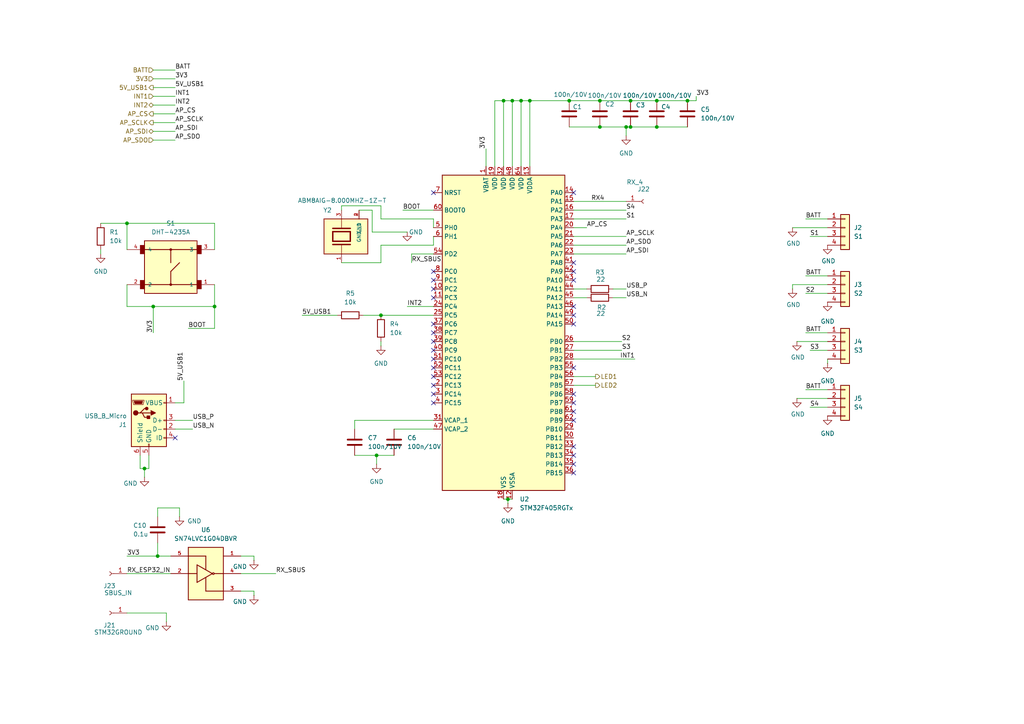
<source format=kicad_sch>
(kicad_sch (version 20250114) (generator "eeschema") (generator_version "9.0")
  (paper "A4")
  (lib_symbols
    (symbol "Connector:Conn_01x01_Socket" (pin_names (offset 1.016) (hide yes))
      (property "Reference" "J" (at 0 2.54 0))
      (property "Value" "Conn_01x01_Socket" (at 0 -2.54 0))
      (symbol "Conn_01x01_Socket_1_1"
        (polyline (pts (xy -1.27 0) (xy -0.508 0)) (stroke (width 0.1524)))
        (arc (start 0 -0.508) (mid -0.5058 0) (end 0 0.508) (stroke (width 0.1524)))
        (pin passive line (at -5.08 0 0) (length 3.81) (name "Pin_1") (number "1"))
      )
    )
    (symbol "Connector:USB_B_Micro" (pin_names (offset 1.016))
      (property "Reference" "J" (at -5.08 11.43 0))
      (property "Value" "USB_B_Micro" (at -5.08 8.89 0))
      (symbol "USB_B_Micro_0_1"
        (rectangle (start -5.08 -7.62) (end 5.08 7.62) (stroke (width 0.254)) (fill (type background)))
        (polyline (pts (xy -4.699 5.842) (xy -4.699 5.588) (xy -4.445 4.826) (xy -4.445 4.572) (xy -1.651 4.572) (xy -1.651 4.826) (xy -1.397 5.588) (xy -1.397 5.842) (xy -4.699 5.842)))
        (polyline (pts (xy -4.318 5.588) (xy -1.778 5.588) (xy -2.032 4.826) (xy -4.064 4.826) (xy -4.318 5.588)) (fill (type outline)))
        (circle (center -3.81 2.159) (radius 0.635) (stroke (width 0.254)) (fill (type outline)))
        (polyline (pts (xy -3.175 2.159) (xy -2.54 2.159) (xy -1.27 3.429) (xy -0.635 3.429)) (stroke (width 0.254)))
        (polyline (pts (xy -2.54 2.159) (xy -1.905 2.159) (xy -1.27 0.889) (xy 0 0.889)) (stroke (width 0.254)))
        (polyline (pts (xy -1.905 2.159) (xy 0.635 2.159)) (stroke (width 0.254)))
        (circle (center -0.635 3.429) (radius 0.381) (stroke (width 0.254)) (fill (type outline)))
        (rectangle (start -0.127 -7.62) (end 0.127 -6.858))
        (rectangle (start 0.254 1.27) (end -0.508 0.508) (stroke (width 0.254)) (fill (type outline)))
        (polyline (pts (xy 0.635 2.794) (xy 0.635 1.524) (xy 1.905 2.159) (xy 0.635 2.794)) (stroke (width 0.254)) (fill (type outline)))
        (rectangle (start 5.08 4.953) (end 4.318 5.207))
        (rectangle (start 5.08 -0.127) (end 4.318 0.127))
        (rectangle (start 5.08 -2.667) (end 4.318 -2.413))
        (rectangle (start 5.08 -5.207) (end 4.318 -4.953))
      )
      (symbol "USB_B_Micro_1_1"
        (pin passive line (at -2.54 -10.16 90) (length 2.54) (name "Shield") (number "6"))
        (pin power_out line (at 0 -10.16 90) (length 2.54) (name "GND") (number "5"))
        (pin power_out line (at 7.62 5.08 180) (length 2.54) (name "VBUS") (number "1"))
        (pin bidirectional line (at 7.62 0 180) (length 2.54) (name "D+") (number "3"))
        (pin bidirectional line (at 7.62 -2.54 180) (length 2.54) (name "D-") (number "2"))
        (pin passive line (at 7.62 -5.08 180) (length 2.54) (name "ID") (number "4"))
      )
    )
    (symbol "Connector_Generic:Conn_01x04" (pin_names (offset 1.016) (hide yes))
      (property "Reference" "J" (at 0 5.08 0))
      (property "Value" "Conn_01x04" (at 0 -7.62 0))
      (symbol "Conn_01x04_1_1"
        (rectangle (start -1.27 3.81) (end 1.27 -6.35) (stroke (width 0.254)) (fill (type background)))
        (rectangle (start -1.27 2.667) (end 0 2.413) (stroke (width 0.1524)))
        (rectangle (start -1.27 0.127) (end 0 -0.127) (stroke (width 0.1524)))
        (rectangle (start -1.27 -2.413) (end 0 -2.667) (stroke (width 0.1524)))
        (rectangle (start -1.27 -4.953) (end 0 -5.207) (stroke (width 0.1524)))
        (pin passive line (at -5.08 2.54 0) (length 3.81) (name "Pin_1") (number "1"))
        (pin passive line (at -5.08 0 0) (length 3.81) (name "Pin_2") (number "2"))
        (pin passive line (at -5.08 -2.54 0) (length 3.81) (name "Pin_3") (number "3"))
        (pin passive line (at -5.08 -5.08 0) (length 3.81) (name "Pin_4") (number "4"))
      )
    )
    (symbol "Customs:ABM8AIG-8.000MHZ-1Z-T" (pin_names (offset 1.016))
      (property "Reference" "Y" (at -5.0878 6.3559 0))
      (property "Value" "ABM8AIG-8.000MHZ-1Z-T" (at -5.0944 -10.16 0))
      (symbol "ABM8AIG-8.000MHZ-1Z-T_0_0"
        (polyline (pts (xy -5.08 0) (xy -2.54 0)) (stroke (width 0.1524)))
        (rectangle (start -5.08 -7.62) (end 5.08 5.08) (stroke (width 0.254)) (fill (type background)))
        (polyline (pts (xy -2.3368 2.54) (xy -2.3368 -2.54)) (stroke (width 0.4064)))
        (polyline (pts (xy -1.397 2.54) (xy -1.397 -2.54)) (stroke (width 0.4064)))
        (polyline (pts (xy -1.397 2.54) (xy 1.397 2.54)) (stroke (width 0.4064)))
        (polyline (pts (xy 1.397 2.54) (xy 1.397 -2.54)) (stroke (width 0.4064)))
        (polyline (pts (xy 1.397 -2.54) (xy -1.397 -2.54)) (stroke (width 0.4064)))
        (polyline (pts (xy 2.3368 2.54) (xy 2.3368 -2.54)) (stroke (width 0.4064)))
        (polyline (pts (xy 2.54 0) (xy 5.08 0)) (stroke (width 0.1524)))
        (pin passive line (at -7.62 0 0) (length 2.54) (name "~") (number "1"))
        (pin passive line (at 7.62 0 180) (length 2.54) (name "~") (number "3"))
        (pin power_in line (at 7.62 -5.08 180) (length 2.54) (name "GND") (number "2"))
        (pin power_in line (at 7.62 -5.08 180) (length 2.54) (name "GND__1") (number "4"))
      )
    )
    (symbol "Customs:DHT-4235A" (pin_names (offset 1.016))
      (property "Reference" "S" (at -7.6222 7.6222 0))
      (property "Value" "DHT-4235A" (at -4.572 -9.652 0))
      (symbol "DHT-4235A_0_0"
        (rectangle (start -8.9065 3.8171) (end -7.62 6.35) (stroke (width 0.1)) (fill (type outline)))
        (rectangle (start -8.9051 -6.3608) (end -7.62 -3.81) (stroke (width 0.1)) (fill (type outline)))
        (rectangle (start -7.62 -7.62) (end 7.62 7.62) (stroke (width 0.254)) (fill (type background)))
        (circle (center 0 5.08) (radius 0.254) (stroke (width 0.254)))
        (polyline (pts (xy 0 5.08) (xy -7.62 5.08)) (stroke (width 0.254)))
        (polyline (pts (xy 0 5.08) (xy 0 1.27)) (stroke (width 0.254)))
        (polyline (pts (xy 0 1.27) (xy -2.54 -1.27)) (stroke (width 0.254)))
        (polyline (pts (xy 0 -5.08) (xy -7.62 -5.08)) (stroke (width 0.254)))
        (polyline (pts (xy 0 -5.08) (xy 0 -1.27)) (stroke (width 0.254)))
        (circle (center 0 -5.08) (radius 0.254) (stroke (width 0.254)))
        (polyline (pts (xy 7.62 5.08) (xy 0 5.08)) (stroke (width 0.254)))
        (polyline (pts (xy 7.62 -5.08) (xy 0 -5.08)) (stroke (width 0.254)))
        (rectangle (start 7.6258 3.8129) (end 8.89 6.35) (stroke (width 0.1)) (fill (type outline)))
        (rectangle (start 7.6263 -6.3553) (end 8.89 -3.81) (stroke (width 0.1)) (fill (type outline)))
        (pin passive line (at -12.7 5.08 0) (length 5.08) (name "1") (number "1"))
        (pin passive line (at -12.7 -5.08 0) (length 5.08) (name "3") (number "3"))
        (pin passive line (at 12.7 5.08 180) (length 5.08) (name "2") (number "2"))
        (pin passive line (at 12.7 -5.08 180) (length 5.08) (name "4") (number "4"))
      )
    )
    (symbol "Customs:SN74LVC1G04DBVR" (pin_names (offset 1.016))
      (property "Reference" "U" (at -5.08 8.62 0))
      (property "Value" "SN74LVC1G04DBVR" (at -5.08 -10.16 0))
      (symbol "SN74LVC1G04DBVR_0_0"
        (rectangle (start -5.08 7.62) (end 5.08 -7.62) (stroke (width 0.254)) (fill (type background)))
        (polyline (pts (xy -5.08 5.08) (xy 0 5.08)) (stroke (width 0.254)))
        (polyline (pts (xy -5.08 0) (xy -2.54 0)) (stroke (width 0.254)))
        (polyline (pts (xy -2.54 2.54) (xy 1.905 0)) (stroke (width 0.254)))
        (polyline (pts (xy -2.54 0) (xy -2.54 2.54)) (stroke (width 0.254)))
        (polyline (pts (xy -2.54 -2.54) (xy -2.54 0)) (stroke (width 0.254)))
        (polyline (pts (xy 0 5.08) (xy 0 1.143)) (stroke (width 0.254)))
        (polyline (pts (xy 0 -1.143) (xy 0 -5.08)) (stroke (width 0.254)))
        (polyline (pts (xy 0 -5.08) (xy 5.08 -5.08)) (stroke (width 0.254)))
        (polyline (pts (xy 1.905 0) (xy -2.54 -2.54)) (stroke (width 0.254)))
        (circle (center 2.1844 0) (radius 0.254) (stroke (width 0.254)))
        (polyline (pts (xy 2.54 0) (xy 5.08 0)) (stroke (width 0.254)))
        (pin power_in line (at -10.16 5.08 0) (length 5.08) (name "~") (number "5"))
        (pin input line (at -10.16 0 0) (length 5.08) (name "~") (number "2"))
        (pin passive line (at 10.16 5.08 180) (length 5.08) (name "~") (number "1"))
        (pin output line (at 10.16 0 180) (length 5.08) (name "~") (number "4"))
        (pin power_in line (at 10.16 -5.08 180) (length 5.08) (name "~") (number "3"))
      )
    )
    (symbol "Device:C" (pin_numbers (hide yes)) (pin_names (offset 0.254))
      (property "Reference" "C" (at 0.635 2.54 0))
      (property "Value" "C" (at 0.635 -2.54 0))
      (symbol "C_0_1"
        (polyline (pts (xy -2.032 0.762) (xy 2.032 0.762)) (stroke (width 0.508)))
        (polyline (pts (xy -2.032 -0.762) (xy 2.032 -0.762)) (stroke (width 0.508)))
      )
      (symbol "C_1_1"
        (pin passive line (at 0 3.81 270) (length 2.794) (name "~") (number "1"))
        (pin passive line (at 0 -3.81 90) (length 2.794) (name "~") (number "2"))
      )
    )
    (symbol "Device:R" (pin_numbers (hide yes)) (pin_names (offset 0))
      (property "Reference" "R" (at 2.032 0 90))
      (property "Value" "R" (at 0 0 90))
      (symbol "R_0_1"
        (rectangle (start -1.016 -2.54) (end 1.016 2.54) (stroke (width 0.254)))
      )
      (symbol "R_1_1"
        (pin passive line (at 0 3.81 270) (length 1.27) (name "~") (number "1"))
        (pin passive line (at 0 -3.81 90) (length 1.27) (name "~") (number "2"))
      )
    )
    (symbol "MCU_ST_STM32F4:STM32F405RGTx"
      (property "Reference" "U" (at -17.78 46.99 0))
      (property "Value" "STM32F405RGTx" (at 10.16 46.99 0))
      (symbol "STM32F405RGTx_0_1"
        (rectangle (start -17.78 -45.72) (end 17.78 45.72) (stroke (width 0.254)) (fill (type background)))
      )
      (symbol "STM32F405RGTx_1_1"
        (pin input line (at -20.32 40.64 0) (length 2.54) (name "NRST") (number "7"))
        (pin input line (at -20.32 35.56 0) (length 2.54) (name "BOOT0") (number "60"))
        (pin bidirectional line (at -20.32 30.48 0) (length 2.54) (name "PH0") (number "5"))
        (pin bidirectional line (at -20.32 27.94 0) (length 2.54) (name "PH1") (number "6"))
        (pin bidirectional line (at -20.32 22.86 0) (length 2.54) (name "PD2") (number "54"))
        (pin bidirectional line (at -20.32 17.78 0) (length 2.54) (name "PC0") (number "8"))
        (pin bidirectional line (at -20.32 15.24 0) (length 2.54) (name "PC1") (number "9"))
        (pin bidirectional line (at -20.32 12.7 0) (length 2.54) (name "PC2") (number "10"))
        (pin bidirectional line (at -20.32 10.16 0) (length 2.54) (name "PC3") (number "11"))
        (pin bidirectional line (at -20.32 7.62 0) (length 2.54) (name "PC4") (number "24"))
        (pin bidirectional line (at -20.32 5.08 0) (length 2.54) (name "PC5") (number "25"))
        (pin bidirectional line (at -20.32 2.54 0) (length 2.54) (name "PC6") (number "37"))
        (pin bidirectional line (at -20.32 0 0) (length 2.54) (name "PC7") (number "38"))
        (pin bidirectional line (at -20.32 -2.54 0) (length 2.54) (name "PC8") (number "39"))
        (pin bidirectional line (at -20.32 -5.08 0) (length 2.54) (name "PC9") (number "40"))
        (pin bidirectional line (at -20.32 -7.62 0) (length 2.54) (name "PC10") (number "51"))
        (pin bidirectional line (at -20.32 -10.16 0) (length 2.54) (name "PC11") (number "52"))
        (pin bidirectional line (at -20.32 -12.7 0) (length 2.54) (name "PC12") (number "53"))
        (pin bidirectional line (at -20.32 -15.24 0) (length 2.54) (name "PC13") (number "2"))
        (pin bidirectional line (at -20.32 -17.78 0) (length 2.54) (name "PC14") (number "3"))
        (pin bidirectional line (at -20.32 -20.32 0) (length 2.54) (name "PC15") (number "4"))
        (pin power_out line (at -20.32 -25.4 0) (length 2.54) (name "VCAP_1") (number "31"))
        (pin power_out line (at -20.32 -27.94 0) (length 2.54) (name "VCAP_2") (number "47"))
        (pin power_in line (at -5.08 48.26 270) (length 2.54) (name "VBAT") (number "1"))
        (pin power_in line (at -2.54 48.26 270) (length 2.54) (name "VDD") (number "19"))
        (pin power_in line (at 0 48.26 270) (length 2.54) (name "VDD") (number "32"))
        (pin power_in line (at 0 -48.26 90) (length 2.54) (name "VSS") (number "18"))
        (pin passive line (at 0 -48.26 90) (length 2.54) (hide yes) (name "VSS") (number "63"))
        (pin power_in line (at 2.54 48.26 270) (length 2.54) (name "VDD") (number "48"))
        (pin power_in line (at 2.54 -48.26 90) (length 2.54) (name "VSSA") (number "12"))
        (pin power_in line (at 5.08 48.26 270) (length 2.54) (name "VDD") (number "64"))
        (pin power_in line (at 7.62 48.26 270) (length 2.54) (name "VDDA") (number "13"))
        (pin bidirectional line (at 20.32 40.64 180) (length 2.54) (name "PA0") (number "14"))
        (pin bidirectional line (at 20.32 38.1 180) (length 2.54) (name "PA1") (number "15"))
        (pin bidirectional line (at 20.32 35.56 180) (length 2.54) (name "PA2") (number "16"))
        (pin bidirectional line (at 20.32 33.02 180) (length 2.54) (name "PA3") (number "17"))
        (pin bidirectional line (at 20.32 30.48 180) (length 2.54) (name "PA4") (number "20"))
        (pin bidirectional line (at 20.32 27.94 180) (length 2.54) (name "PA5") (number "21"))
        (pin bidirectional line (at 20.32 25.4 180) (length 2.54) (name "PA6") (number "22"))
        (pin bidirectional line (at 20.32 22.86 180) (length 2.54) (name "PA7") (number "23"))
        (pin bidirectional line (at 20.32 20.32 180) (length 2.54) (name "PA8") (number "41"))
        (pin bidirectional line (at 20.32 17.78 180) (length 2.54) (name "PA9") (number "42"))
        (pin bidirectional line (at 20.32 15.24 180) (length 2.54) (name "PA10") (number "43"))
        (pin bidirectional line (at 20.32 12.7 180) (length 2.54) (name "PA11") (number "44"))
        (pin bidirectional line (at 20.32 10.16 180) (length 2.54) (name "PA12") (number "45"))
        (pin bidirectional line (at 20.32 7.62 180) (length 2.54) (name "PA13") (number "46"))
        (pin bidirectional line (at 20.32 5.08 180) (length 2.54) (name "PA14") (number "49"))
        (pin bidirectional line (at 20.32 2.54 180) (length 2.54) (name "PA15") (number "50"))
        (pin bidirectional line (at 20.32 -2.54 180) (length 2.54) (name "PB0") (number "26"))
        (pin bidirectional line (at 20.32 -5.08 180) (length 2.54) (name "PB1") (number "27"))
        (pin bidirectional line (at 20.32 -7.62 180) (length 2.54) (name "PB2") (number "28"))
        (pin bidirectional line (at 20.32 -10.16 180) (length 2.54) (name "PB3") (number "55"))
        (pin bidirectional line (at 20.32 -12.7 180) (length 2.54) (name "PB4") (number "56"))
        (pin bidirectional line (at 20.32 -15.24 180) (length 2.54) (name "PB5") (number "57"))
        (pin bidirectional line (at 20.32 -17.78 180) (length 2.54) (name "PB6") (number "58"))
        (pin bidirectional line (at 20.32 -20.32 180) (length 2.54) (name "PB7") (number "59"))
        (pin bidirectional line (at 20.32 -22.86 180) (length 2.54) (name "PB8") (number "61"))
        (pin bidirectional line (at 20.32 -25.4 180) (length 2.54) (name "PB9") (number "62"))
        (pin bidirectional line (at 20.32 -27.94 180) (length 2.54) (name "PB10") (number "29"))
        (pin bidirectional line (at 20.32 -30.48 180) (length 2.54) (name "PB11") (number "30"))
        (pin bidirectional line (at 20.32 -33.02 180) (length 2.54) (name "PB12") (number "33"))
        (pin bidirectional line (at 20.32 -35.56 180) (length 2.54) (name "PB13") (number "34"))
        (pin bidirectional line (at 20.32 -38.1 180) (length 2.54) (name "PB14") (number "35"))
        (pin bidirectional line (at 20.32 -40.64 180) (length 2.54) (name "PB15") (number "36"))
      )
    )
    (symbol "power:GND" (power) (pin_numbers (hide yes)) (pin_names (offset 0) (hide yes))
      (property "Value" "GND" (at 0 -3.81 0))
      (symbol "GND_0_1"
        (polyline (pts (xy 0 0) (xy 0 -1.27) (xy 1.27 -1.27) (xy 0 -2.54) (xy -1.27 -1.27) (xy 0 -1.27)))
      )
      (symbol "GND_1_1"
        (pin power_in line (at 0 0 270) (length 0) (name "~") (number "1"))
      )
    )
  )
  (junction (at 151.13 29.21))
  (junction (at 153.67 29.21))
  (junction (at 173.99 29.21))
  (junction (at 62.23 88.9))
  (junction (at 182.88 36.83))
  (junction (at 147.32 144.78))
  (junction (at 41.91 135.89))
  (junction (at 181.61 36.83))
  (junction (at 173.99 36.83))
  (junction (at 165.1 29.21))
  (junction (at 110.49 91.44))
  (junction (at 146.05 29.21))
  (junction (at 44.45 88.9))
  (junction (at 148.59 29.21))
  (junction (at 109.22 132.08))
  (junction (at 36.83 64.77))
  (junction (at 190.5 36.83))
  (junction (at 199.39 29.21))
  (junction (at 182.88 29.21))
  (junction (at 190.5 29.21))
  (junction (at 45.72 161.29))
  (no_connect (at 125.73 101.6))
  (no_connect (at 125.73 109.22))
  (no_connect (at 125.73 114.3))
  (no_connect (at 166.37 91.44))
  (no_connect (at 125.73 99.06))
  (no_connect (at 50.8 127))
  (no_connect (at 125.73 96.52))
  (no_connect (at 166.37 55.88))
  (no_connect (at 125.73 86.36))
  (no_connect (at 166.37 81.28))
  (no_connect (at 125.73 111.76))
  (no_connect (at 125.73 81.28))
  (no_connect (at 166.37 106.68))
  (no_connect (at 166.37 137.16))
  (no_connect (at 166.37 119.38))
  (no_connect (at 125.73 104.14))
  (no_connect (at 125.73 83.82))
  (no_connect (at 166.37 76.2))
  (no_connect (at 166.37 93.98))
  (no_connect (at 166.37 121.92))
  (no_connect (at 166.37 116.84))
  (no_connect (at 166.37 129.54))
  (no_connect (at 166.37 132.08))
  (no_connect (at 125.73 106.68))
  (no_connect (at 166.37 78.74))
  (no_connect (at 166.37 114.3))
  (no_connect (at 125.73 116.84))
  (no_connect (at 166.37 134.62))
  (no_connect (at 125.73 78.74))
  (no_connect (at 166.37 88.9))
  (no_connect (at 125.73 55.88))
  (no_connect (at 125.73 93.98))
  (wire (pts (xy 69.85 171.45) (xy 73.66 171.45)))
  (wire (pts (xy 182.88 29.21) (xy 190.5 29.21)))
  (wire (pts (xy 62.23 95.25) (xy 54.61 95.25)))
  (wire (pts (xy 62.23 64.77) (xy 62.23 72.39)))
  (wire (pts (xy 44.45 40.64) (xy 50.8 40.64)))
  (wire (pts (xy 110.49 63.5) (xy 110.49 59.69)))
  (wire (pts (xy 44.45 35.56) (xy 50.8 35.56)))
  (wire (pts (xy 62.23 95.25) (xy 62.23 88.9)))
  (wire (pts (xy 69.85 166.37) (xy 80.01 166.37)))
  (wire (pts (xy 99.06 76.2) (xy 110.49 76.2)))
  (wire (pts (xy 231.14 99.06) (xy 240.03 99.06)))
  (wire (pts (xy 166.37 109.22) (xy 172.72 109.22)))
  (wire (pts (xy 146.05 29.21) (xy 143.51 29.21)))
  (wire (pts (xy 114.3 124.46) (xy 125.73 124.46)))
  (wire (pts (xy 190.5 36.83) (xy 199.39 36.83)))
  (wire (pts (xy 29.21 64.77) (xy 36.83 64.77)))
  (wire (pts (xy 102.87 132.08) (xy 109.22 132.08)))
  (wire (pts (xy 173.99 36.83) (xy 181.61 36.83)))
  (wire (pts (xy 140.97 43.18) (xy 140.97 48.26)))
  (wire (pts (xy 148.59 29.21) (xy 148.59 48.26)))
  (wire (pts (xy 181.61 36.83) (xy 181.61 39.37)))
  (wire (pts (xy 109.22 132.08) (xy 114.3 132.08)))
  (wire (pts (xy 231.14 115.57) (xy 240.03 115.57)))
  (wire (pts (xy 166.37 66.04) (xy 170.18 66.04)))
  (wire (pts (xy 36.83 64.77) (xy 62.23 64.77)))
  (wire (pts (xy 110.49 99.06) (xy 110.49 100.33)))
  (wire (pts (xy 166.37 104.14) (xy 184.15 104.14)))
  (wire (pts (xy 44.45 25.4) (xy 50.8 25.4)))
  (wire (pts (xy 44.45 20.32) (xy 50.8 20.32)))
  (wire (pts (xy 119.38 73.66) (xy 119.38 76.2)))
  (wire (pts (xy 105.41 91.44) (xy 110.49 91.44)))
  (wire (pts (xy 44.45 38.1) (xy 50.8 38.1)))
  (wire (pts (xy 234.95 118.11) (xy 240.03 118.11)))
  (wire (pts (xy 36.83 82.55) (xy 36.83 88.9)))
  (wire (pts (xy 110.49 63.5) (xy 125.73 63.5)))
  (wire (pts (xy 165.1 29.21) (xy 153.67 29.21)))
  (wire (pts (xy 233.68 96.52) (xy 240.03 96.52)))
  (wire (pts (xy 44.45 22.86) (xy 50.8 22.86)))
  (wire (pts (xy 125.73 71.12) (xy 125.73 68.58)))
  (wire (pts (xy 166.37 99.06) (xy 180.34 99.06)))
  (wire (pts (xy 166.37 60.96) (xy 181.61 60.96)))
  (wire (pts (xy 153.67 29.21) (xy 153.67 48.26)))
  (wire (pts (xy 234.95 101.6) (xy 240.03 101.6)))
  (wire (pts (xy 44.45 27.94) (xy 50.8 27.94)))
  (wire (pts (xy 146.05 29.21) (xy 146.05 48.26)))
  (wire (pts (xy 182.88 36.83) (xy 190.5 36.83)))
  (wire (pts (xy 240.03 82.55) (xy 229.87 82.55)))
  (wire (pts (xy 110.49 59.69) (xy 99.06 59.69)))
  (wire (pts (xy 87.63 91.44) (xy 97.79 91.44)))
  (wire (pts (xy 52.07 147.32) (xy 45.72 147.32)))
  (wire (pts (xy 45.72 147.32) (xy 45.72 149.86)))
  (wire (pts (xy 166.37 111.76) (xy 172.72 111.76)))
  (wire (pts (xy 110.49 76.2) (xy 110.49 71.12)))
  (wire (pts (xy 165.1 36.83) (xy 173.99 36.83)))
  (wire (pts (xy 41.91 135.89) (xy 43.18 135.89)))
  (wire (pts (xy 62.23 82.55) (xy 62.23 88.9)))
  (wire (pts (xy 109.22 132.08) (xy 109.22 134.62)))
  (wire (pts (xy 44.45 33.02) (xy 50.8 33.02)))
  (wire (pts (xy 107.95 67.31) (xy 107.95 60.96)))
  (wire (pts (xy 240.03 104.14) (xy 240.03 105.41)))
  (wire (pts (xy 166.37 101.6) (xy 180.34 101.6)))
  (wire (pts (xy 118.11 88.9) (xy 125.73 88.9)))
  (wire (pts (xy 233.68 80.01) (xy 240.03 80.01)))
  (wire (pts (xy 44.45 30.48) (xy 50.8 30.48)))
  (wire (pts (xy 44.45 88.9) (xy 44.45 96.52)))
  (wire (pts (xy 201.93 29.21) (xy 199.39 29.21)))
  (wire (pts (xy 166.37 86.36) (xy 170.18 86.36)))
  (wire (pts (xy 151.13 29.21) (xy 148.59 29.21)))
  (wire (pts (xy 153.67 29.21) (xy 151.13 29.21)))
  (wire (pts (xy 143.51 29.21) (xy 143.51 48.26)))
  (wire (pts (xy 234.95 68.58) (xy 240.03 68.58)))
  (wire (pts (xy 107.95 67.31) (xy 118.11 67.31)))
  (wire (pts (xy 166.37 58.42) (xy 181.61 58.42)))
  (wire (pts (xy 166.37 71.12) (xy 181.61 71.12)))
  (wire (pts (xy 40.64 132.08) (xy 40.64 135.89)))
  (wire (pts (xy 177.8 86.36) (xy 181.61 86.36)))
  (wire (pts (xy 55.88 121.92) (xy 50.8 121.92)))
  (wire (pts (xy 36.83 161.29) (xy 45.72 161.29)))
  (wire (pts (xy 36.83 72.39) (xy 36.83 64.77)))
  (wire (pts (xy 50.8 116.84) (xy 53.34 116.84)))
  (wire (pts (xy 55.88 124.46) (xy 50.8 124.46)))
  (wire (pts (xy 173.99 29.21) (xy 182.88 29.21)))
  (wire (pts (xy 41.91 135.89) (xy 41.91 138.43)))
  (wire (pts (xy 233.68 63.5) (xy 240.03 63.5)))
  (wire (pts (xy 146.05 144.78) (xy 147.32 144.78)))
  (wire (pts (xy 45.72 157.48) (xy 45.72 161.29)))
  (wire (pts (xy 190.5 29.21) (xy 199.39 29.21)))
  (wire (pts (xy 181.61 36.83) (xy 182.88 36.83)))
  (wire (pts (xy 166.37 83.82) (xy 170.18 83.82)))
  (wire (pts (xy 177.8 83.82) (xy 181.61 83.82)))
  (wire (pts (xy 99.06 59.69) (xy 99.06 60.96)))
  (wire (pts (xy 147.32 144.78) (xy 147.32 146.05)))
  (wire (pts (xy 125.73 73.66) (xy 119.38 73.66)))
  (wire (pts (xy 102.87 121.92) (xy 125.73 121.92)))
  (wire (pts (xy 201.93 27.94) (xy 201.93 29.21)))
  (wire (pts (xy 148.59 29.21) (xy 146.05 29.21)))
  (wire (pts (xy 125.73 63.5) (xy 125.73 66.04)))
  (wire (pts (xy 229.87 82.55) (xy 229.87 83.82)))
  (wire (pts (xy 165.1 29.21) (xy 173.99 29.21)))
  (wire (pts (xy 229.87 66.04) (xy 240.03 66.04)))
  (wire (pts (xy 36.83 166.37) (xy 49.53 166.37)))
  (wire (pts (xy 107.95 60.96) (xy 104.14 60.96)))
  (wire (pts (xy 125.73 60.96) (xy 116.84 60.96)))
  (wire (pts (xy 36.83 177.8) (xy 48.26 177.8)))
  (wire (pts (xy 52.07 149.86) (xy 52.07 147.32)))
  (wire (pts (xy 166.37 73.66) (xy 181.61 73.66)))
  (wire (pts (xy 40.64 135.89) (xy 41.91 135.89)))
  (wire (pts (xy 151.13 29.21) (xy 151.13 48.26)))
  (wire (pts (xy 29.21 72.39) (xy 29.21 73.66)))
  (wire (pts (xy 233.68 113.03) (xy 240.03 113.03)))
  (wire (pts (xy 166.37 68.58) (xy 181.61 68.58)))
  (wire (pts (xy 69.85 161.29) (xy 73.66 161.29)))
  (wire (pts (xy 102.87 124.46) (xy 102.87 121.92)))
  (wire (pts (xy 48.26 177.8) (xy 48.26 180.34)))
  (wire (pts (xy 110.49 91.44) (xy 125.73 91.44)))
  (wire (pts (xy 181.61 63.5) (xy 166.37 63.5)))
  (wire (pts (xy 233.68 85.09) (xy 240.03 85.09)))
  (wire (pts (xy 53.34 116.84) (xy 53.34 110.49)))
  (wire (pts (xy 44.45 88.9) (xy 62.23 88.9)))
  (wire (pts (xy 73.66 161.29) (xy 73.66 162.56)))
  (wire (pts (xy 73.66 171.45) (xy 73.66 172.72)))
  (wire (pts (xy 36.83 88.9) (xy 44.45 88.9)))
  (wire (pts (xy 45.72 161.29) (xy 49.53 161.29)))
  (wire (pts (xy 43.18 132.08) (xy 43.18 135.89)))
  (wire (pts (xy 110.49 71.12) (xy 125.73 71.12)))
  (wire (pts (xy 147.32 144.78) (xy 148.59 144.78)))
  (label "S2" (at 180.34 99.06 0))
  (label "INT2" (at 50.8 30.48 0))
  (label "AP_CS" (at 50.8 33.02 0))
  (label "AP_SCLK" (at 50.8 35.56 0))
  (label "AP_SDI" (at 50.8 38.1 0))
  (label "AP_SDO" (at 50.8 40.64 0))
  (label "INT1" (at 50.8 27.94 0))
  (label "AP_SDO" (at 181.61 71.12 0))
  (label "S1" (at 234.95 68.58 0))
  (label "S3" (at 180.34 101.6 0))
  (label "3V3" (at 36.83 161.29 0))
  (label "USB_P" (at 181.61 83.82 0))
  (label "RX_ESP32_IN" (at 36.83 166.37 0))
  (label "BATT" (at 233.68 80.01 0))
  (label "5V_USB1" (at 53.34 110.49 90))
  (label "3V3" (at 201.93 27.94 0))
  (label "INT2" (at 118.11 88.9 0))
  (label "AP_CS" (at 170.18 66.04 0))
  (label "USB_P" (at 55.88 121.92 0))
  (label "USB_N" (at 181.61 86.36 0))
  (label "S4" (at 234.95 118.11 0))
  (label "BATT" (at 50.8 20.32 0))
  (label "3V3" (at 44.45 96.52 90))
  (label "USB_N" (at 55.88 124.46 0))
  (label "RX4" (at 171.45 58.42 0))
  (label "INT1" (at 184.15 104.14 180))
  (label "S2" (at 233.68 85.09 0))
  (label "S4" (at 181.61 60.96 0))
  (label "3V3" (at 140.97 43.18 90))
  (label "S1" (at 181.61 63.5 0))
  (label "S3" (at 234.95 101.6 0))
  (label "BOOT" (at 116.84 60.96 0))
  (label "AP_SCLK" (at 181.61 68.58 0))
  (label "5V_USB1" (at 87.63 91.44 0))
  (label "RX_SBUS" (at 119.38 76.2 0))
  (label "3V3" (at 50.8 22.86 0))
  (label "BATT" (at 233.68 113.03 0))
  (label "BATT" (at 233.68 63.5 0))
  (label "AP_SDI" (at 181.61 73.66 0))
  (label "5V_USB1" (at 50.8 25.4 0))
  (label "RX_SBUS" (at 80.01 166.37 0))
  (label "BOOT" (at 54.61 95.25 0))
  (label "BATT" (at 233.68 96.52 0))
  (hierarchical_label "3V3" (shape input) (at 44.45 22.86 180))
  (hierarchical_label "INT2" (shape bidirectional) (at 44.45 30.48 180))
  (hierarchical_label "AP_CS" (shape output) (at 44.45 33.02 180))
  (hierarchical_label "INT1" (shape input) (at 44.45 27.94 180))
  (hierarchical_label "AP_SCLK" (shape output) (at 44.45 35.56 180))
  (hierarchical_label "AP_SDO" (shape input) (at 44.45 40.64 180))
  (hierarchical_label "LED1" (shape output) (at 172.72 109.22 0))
  (hierarchical_label "LED2" (shape output) (at 172.72 111.76 0))
  (hierarchical_label "BATT" (shape input) (at 44.45 20.32 180))
  (hierarchical_label "AP_SDI" (shape bidirectional) (at 44.45 38.1 180))
  (hierarchical_label "5V_USB1" (shape output) (at 44.45 25.4 180))
  (symbol (lib_id "power:GND") (at 73.66 172.72 0) (unit 1)
    (property "Reference" "#PWR044" (effects (hide yes)))
    (property "Value" "GND" (at 69.596 174.498 0))
    (property "Description" "Power symbol creates a global label with name \"GND\" , ground" (effects (hide yes)))
  )
  (symbol (lib_id "power:GND") (at 110.49 100.33 0) (unit 1)
    (property "Reference" "#PWR07" (effects (hide yes)))
    (property "Value" "GND" (at 110.49 105.41 0))
    (property "Description" "Power symbol creates a global label with name \"GND\" , ground" (effects (hide yes)))
  )
  (symbol (lib_id "Connector:USB_B_Micro") (at 43.18 121.92 0) (unit 1)
    (property "Reference" "J1" (at 36.83 123.1901 0) (effects (justify right)))
    (property "Value" "USB_B_Micro" (at 36.83 120.6501 0) (effects (justify right)))
    (property "Footprint" "Connector_USB:USB_Micro-AB_Molex_47590-0001" (effects (hide yes)))
    (property "Description" "USB Micro Type B connector" (effects (hide yes)))
  )
  (symbol (lib_id "power:GND") (at 240.03 71.12 0) (unit 1)
    (property "Reference" "#PWR011" (effects (hide yes)))
    (property "Value" "GND" (at 240.284 75.692 0))
    (property "Description" "Power symbol creates a global label with name \"GND\" , ground" (effects (hide yes)))
  )
  (symbol (lib_id "Device:R") (at 173.99 83.82 90) (unit 1)
    (property "Reference" "R3" (at 173.99 78.994 90))
    (property "Value" "22" (at 174.244 81.026 90))
    (property "Footprint" "Resistor_SMD:R_0603_1608Metric" (effects (hide yes)))
    (property "Description" "Resistor" (effects (hide yes)))
  )
  (symbol (lib_id "Connector:Conn_01x01_Socket") (at 31.75 177.8 180) (unit 1)
    (property "Reference" "J21" (at 31.75 181.356 0))
    (property "Value" "STM32GROUND" (at 34.29 183.388 0))
    (property "Footprint" "Customs:SolderPad_2mm" (effects (hide yes)))
    (property "Description" "Generic connector, single row, 01x01, script generated" (effects (hide yes)))
  )
  (symbol (lib_id "power:GND") (at 240.03 87.63 0) (unit 1)
    (property "Reference" "#PWR012" (effects (hide yes)))
    (property "Value" "GND" (at 240.03 93.218 0))
    (property "Description" "Power symbol creates a global label with name \"GND\" , ground" (effects (hide yes)))
  )
  (symbol (lib_id "power:GND") (at 229.87 83.82 0) (unit 1)
    (property "Reference" "#PWR041" (effects (hide yes)))
    (property "Value" "GND" (at 230.124 88.392 0))
    (property "Description" "Power symbol creates a global label with name \"GND\" , ground" (effects (hide yes)))
  )
  (symbol (lib_id "Connector:Conn_01x01_Socket") (at 186.69 58.42 0) (unit 1)
    (property "Reference" "J22" (at 186.69 54.864 0))
    (property "Value" "RX_4" (at 184.15 52.832 0))
    (property "Footprint" "Customs:SolderPad_2mm" (effects (hide yes)))
    (property "Description" "Generic connector, single row, 01x01, script generated" (effects (hide yes)))
  )
  (symbol (lib_id "power:GND") (at 52.07 149.86 0) (unit 1)
    (property "Reference" "#PWR034" (effects (hide yes)))
    (property "Value" "GND" (at 56.388 151.13 0))
    (property "Description" "Power symbol creates a global label with name \"GND\" , ground" (effects (hide yes)))
  )
  (symbol (lib_id "power:GND") (at 29.21 73.66 0) (unit 1)
    (property "Reference" "#PWR05" (effects (hide yes)))
    (property "Value" "GND" (at 29.21 78.74 0))
    (property "Description" "Power symbol creates a global label with name \"GND\" , ground" (effects (hide yes)))
  )
  (symbol (lib_id "Customs:DHT-4235A") (at 49.53 77.47 180) (unit 1)
    (property "Reference" "S1" (at 49.5382 64.77 0))
    (property "Value" "DHT-4235A" (at 49.5382 67.31 0))
    (property "Footprint" "Customs:SW_DHT-4235A" (effects (hide yes)))
    (property "MF" "D.O Electronics" (effects (hide yes)))
    (property "Description_1" "SMD Button ; SPST; 160gf" (effects (hide yes)))
    (property "Package" "None" (effects (hide yes)))
    (property "Price" "None" (effects (hide yes)))
    (property "Check_prices" "https://www.snapeda.com/parts/DHT-4235A/D.O+Electronics/view-part/?ref=eda" (effects (hide yes)))
    (property "SnapEDA_Link" "https://www.snapeda.com/parts/DHT-4235A/D.O+Electronics/view-part/?ref=snap" (effects (hide yes)))
    (property "MP" "DHT-4235A" (effects (hide yes)))
    (property "Availability" "Not in stock" (effects (hide yes)))
    (property "MANUFACTURER" "D.O Electronics" (effects (hide yes)))
  )
  (symbol (lib_id "Device:R") (at 101.6 91.44 90) (unit 1)
    (property "Reference" "R5" (at 101.6 85.09 90))
    (property "Value" "10k" (at 101.6 87.63 90))
    (property "Footprint" "Resistor_SMD:R_0603_1608Metric" (effects (hide yes)))
    (property "Description" "Resistor" (effects (hide yes)))
  )
  (symbol (lib_id "Device:R") (at 110.49 95.25 0) (unit 1)
    (property "Reference" "R4" (at 113.03 93.9799 0) (effects (justify left)))
    (property "Value" "10k" (at 113.03 96.5199 0) (effects (justify left)))
    (property "Footprint" "Resistor_SMD:R_0603_1608Metric" (effects (hide yes)))
    (property "Description" "Resistor" (effects (hide yes)))
  )
  (symbol (lib_id "Device:C") (at 199.39 33.02 0) (unit 1)
    (property "Reference" "C5" (at 203.2 31.7499 0) (effects (justify left)))
    (property "Value" "100n/10V" (at 203.2 34.2899 0) (effects (justify left)))
    (property "Footprint" "Capacitor_SMD:C_0201_0603Metric" (effects (hide yes)))
    (property "Description" "Unpolarized capacitor" (effects (hide yes)))
  )
  (symbol (lib_id "power:GND") (at 231.14 99.06 0) (unit 1)
    (property "Reference" "#PWR042" (effects (hide yes)))
    (property "Value" "GND" (at 231.394 103.632 0))
    (property "Description" "Power symbol creates a global label with name \"GND\" , ground" (effects (hide yes)))
  )
  (symbol (lib_id "Connector_Generic:Conn_01x04") (at 245.11 66.04 0) (unit 1)
    (property "Reference" "J2" (at 247.65 66.0399 0) (effects (justify left)))
    (property "Value" "S1" (at 247.65 68.5799 0) (effects (justify left)))
    (property "Footprint" "Customs:4_SolderPad_2mm" (effects (hide yes)))
    (property "Description" "Generic connector, single row, 01x04, script generated (kicad-library-utils/schlib/autogen/connector/)" (effects (hide yes)))
  )
  (symbol (lib_id "Customs:SN74LVC1G04DBVR") (at 59.69 166.37 0) (unit 1)
    (property "Reference" "U6" (at 59.69 153.67 0))
    (property "Value" "SN74LVC1G04DBVR" (at 59.69 156.21 0))
    (property "Footprint" "Customs:SOT95P280X145-5N" (effects (hide yes)))
    (property "MF" "Texas Instruments" (effects (hide yes)))
    (property "MAXIMUM_PACKAGE_HEIGHT" "1.45mm" (effects (hide yes)))
    (property "Package" "SOT-23-5 Texas Instruments" (effects (hide yes)))
    (property "Price" "None" (effects (hide yes)))
    (property "Check_prices" "https://www.snapeda.com/parts/SN74LVC1G04DBVR/Texas+Instruments/view-part/?ref=eda" (effects (hide yes)))
    (property "STANDARD" "IPC-7351B" (effects (hide yes)))
    (property "PARTREV" "AD" (effects (hide yes)))
    (property "SnapEDA_Link" "https://www.snapeda.com/parts/SN74LVC1G04DBVR/Texas+Instruments/view-part/?ref=snap" (effects (hide yes)))
    (property "MP" "SN74LVC1G04DBVR" (effects (hide yes)))
    (property "Description_1" "Single 1.65-V to 5.5-V inverter" (effects (hide yes)))
    (property "Availability" "In Stock" (effects (hide yes)))
    (property "MANUFACTURER" "Texas Instruments" (effects (hide yes)))
  )
  (symbol (lib_id "MCU_ST_STM32F4:STM32F405RGTx") (at 146.05 96.52 0) (unit 1)
    (property "Reference" "U2" (at 150.7333 144.78 0) (effects (justify left)))
    (property "Value" "STM32F405RGTx" (at 150.7333 147.32 0) (effects (justify left)))
    (property "Footprint" "Package_QFP:LQFP-64_10x10mm_P0.5mm" (effects (hide yes)))
    (property "Datasheet" "https://www.st.com/resource/en/datasheet/stm32f405rg.pdf" (effects (hide yes)))
    (property "Description" "STMicroelectronics Arm Cortex-M4 MCU, 1024KB flash, 192KB RAM, 168 MHz, 1.8-3.6V, 51 GPIO, LQFP64" (effects (hide yes)))
  )
  (symbol (lib_id "power:GND") (at 41.91 138.43 0) (unit 1)
    (property "Reference" "#PWR06" (effects (hide yes)))
    (property "Value" "GND" (at 37.846 140.208 0))
    (property "Description" "Power symbol creates a global label with name \"GND\" , ground" (effects (hide yes)))
  )
  (symbol (lib_id "power:GND") (at 109.22 134.62 0) (unit 1)
    (property "Reference" "#PWR04" (effects (hide yes)))
    (property "Value" "GND" (at 109.22 139.7 0))
    (property "Description" "Power symbol creates a global label with name \"GND\" , ground" (effects (hide yes)))
  )
  (symbol (lib_id "Connector_Generic:Conn_01x04") (at 245.11 99.06 0) (unit 1)
    (property "Reference" "J4" (at 247.65 99.0599 0) (effects (justify left)))
    (property "Value" "S3" (at 247.65 101.5999 0) (effects (justify left)))
    (property "Footprint" "Customs:4_SolderPad_2mm" (effects (hide yes)))
    (property "Description" "Generic connector, single row, 01x04, script generated (kicad-library-utils/schlib/autogen/connector/)" (effects (hide yes)))
  )
  (symbol (lib_id "power:GND") (at 240.03 105.41 0) (unit 1)
    (property "Reference" "#PWR013" (effects (hide yes)))
    (property "Value" "GND" (at 240.03 110.49 0))
    (property "Description" "Power symbol creates a global label with name \"GND\" , ground" (effects (hide yes)))
  )
  (symbol (lib_id "Device:C") (at 165.1 33.02 0) (unit 1)
    (property "Reference" "C1" (at 166.116 30.988 0) (effects (justify left)))
    (property "Value" "100n/10V" (at 160.528 27.432 0) (effects (justify left)))
    (property "Footprint" "Capacitor_SMD:C_0201_0603Metric" (effects (hide yes)))
    (property "Description" "Unpolarized capacitor" (effects (hide yes)))
  )
  (symbol (lib_id "power:GND") (at 73.66 162.56 0) (unit 1)
    (property "Reference" "#PWR035" (effects (hide yes)))
    (property "Value" "GND" (at 69.596 164.338 0))
    (property "Description" "Power symbol creates a global label with name \"GND\" , ground" (effects (hide yes)))
  )
  (symbol (lib_id "Device:C") (at 173.99 33.02 0) (unit 1)
    (property "Reference" "C2" (at 175.514 30.226 0) (effects (justify left)))
    (property "Value" "100n/10V" (at 170.434 27.686 0) (effects (justify left)))
    (property "Footprint" "Capacitor_SMD:C_0201_0603Metric" (effects (hide yes)))
    (property "Description" "Unpolarized capacitor" (effects (hide yes)))
  )
  (symbol (lib_id "power:GND") (at 118.11 67.31 0) (unit 1)
    (property "Reference" "#PWR03" (effects (hide yes)))
    (property "Value" "GND" (at 120.65 67.31 0))
    (property "Description" "Power symbol creates a global label with name \"GND\" , ground" (effects (hide yes)))
  )
  (symbol (lib_id "Customs:ABM8AIG-8.000MHZ-1Z-T") (at 99.06 68.58 90) (unit 1)
    (property "Reference" "Y2" (at 93.726 60.96 90) (effects (justify right)))
    (property "Value" "ABM8AIG-8.000MHZ-1Z-T" (at 86.36 58.166 90) (effects (justify right)))
    (property "Footprint" "Customs:XTAL_ABM8AIG-8.000MHZ-1Z-T" (effects (hide yes)))
    (property "PARTREV" "43629" (effects (hide yes)))
    (property "STANDARD" "Manufacturer Recommendations" (effects (hide yes)))
    (property "MAXIMUM_PACKAGE_HEIGHT" "0.8 mm" (effects (hide yes)))
    (property "MANUFACTURER" "Abracon" (effects (hide yes)))
  )
  (symbol (lib_id "Connector_Generic:Conn_01x04") (at 245.11 115.57 0) (unit 1)
    (property "Reference" "J5" (at 247.65 115.5699 0) (effects (justify left)))
    (property "Value" "S4" (at 247.65 118.1099 0) (effects (justify left)))
    (property "Footprint" "Customs:4_SolderPad_2mm" (effects (hide yes)))
    (property "Description" "Generic connector, single row, 01x04, script generated (kicad-library-utils/schlib/autogen/connector/)" (effects (hide yes)))
  )
  (symbol (lib_id "power:GND") (at 240.03 120.65 0) (unit 1)
    (property "Reference" "#PWR010" (effects (hide yes)))
    (property "Value" "GND" (at 240.03 125.73 0))
    (property "Description" "Power symbol creates a global label with name \"GND\" , ground" (effects (hide yes)))
  )
  (symbol (lib_id "power:GND") (at 181.61 39.37 0) (unit 1)
    (property "Reference" "#PWR01" (effects (hide yes)))
    (property "Value" "GND" (at 181.61 44.45 0))
    (property "Description" "Power symbol creates a global label with name \"GND\" , ground" (effects (hide yes)))
  )
  (symbol (lib_id "Device:C") (at 182.88 33.02 0) (unit 1)
    (property "Reference" "C3" (at 184.404 30.48 0) (effects (justify left)))
    (property "Value" "100n/10V" (at 180.594 27.686 0) (effects (justify left)))
    (property "Footprint" "Capacitor_SMD:C_0201_0603Metric" (effects (hide yes)))
    (property "Description" "Unpolarized capacitor" (effects (hide yes)))
  )
  (symbol (lib_id "Connector_Generic:Conn_01x04") (at 245.11 82.55 0) (unit 1)
    (property "Reference" "J3" (at 247.65 82.5499 0) (effects (justify left)))
    (property "Value" "S2" (at 247.65 85.0899 0) (effects (justify left)))
    (property "Footprint" "Customs:4_SolderPad_2mm" (effects (hide yes)))
    (property "Description" "Generic connector, single row, 01x04, script generated (kicad-library-utils/schlib/autogen/connector/)" (effects (hide yes)))
  )
  (symbol (lib_id "Device:C") (at 45.72 153.67 0) (unit 1)
    (property "Reference" "C10" (at 38.608 152.4 0) (effects (justify left)))
    (property "Value" "0.1u" (at 38.608 154.94 0) (effects (justify left)))
    (property "Footprint" "Capacitor_SMD:C_0201_0603Metric" (effects (hide yes)))
    (property "Description" "Unpolarized capacitor" (effects (hide yes)))
  )
  (symbol (lib_id "Device:C") (at 114.3 128.27 0) (unit 1)
    (property "Reference" "C6" (at 118.11 126.9999 0) (effects (justify left)))
    (property "Value" "100n/10V" (at 118.11 129.5399 0) (effects (justify left)))
    (property "Footprint" "Capacitor_SMD:C_0201_0603Metric" (effects (hide yes)))
    (property "Description" "Unpolarized capacitor" (effects (hide yes)))
  )
  (symbol (lib_id "power:GND") (at 147.32 146.05 0) (unit 1)
    (property "Reference" "#PWR02" (effects (hide yes)))
    (property "Value" "GND" (at 147.32 151.13 0))
    (property "Description" "Power symbol creates a global label with name \"GND\" , ground" (effects (hide yes)))
  )
  (symbol (lib_id "Connector:Conn_01x01_Socket") (at 31.75 166.37 180) (unit 1)
    (property "Reference" "J23" (at 31.75 169.926 0))
    (property "Value" "SBUS_IN" (at 34.29 171.958 0))
    (property "Footprint" "Customs:SolderPad_2mm" (effects (hide yes)))
    (property "Description" "Generic connector, single row, 01x01, script generated" (effects (hide yes)))
  )
  (symbol (lib_id "Device:R") (at 29.21 68.58 0) (unit 1)
    (property "Reference" "R1" (at 31.75 67.3099 0) (effects (justify left)))
    (property "Value" "10k" (at 31.75 69.8499 0) (effects (justify left)))
    (property "Footprint" "Resistor_SMD:R_0603_1608Metric" (effects (hide yes)))
    (property "Description" "Resistor" (effects (hide yes)))
  )
  (symbol (lib_id "Device:R") (at 173.99 86.36 90) (unit 1)
    (property "Reference" "R2" (at 174.498 89.154 90))
    (property "Value" "22" (at 174.244 90.932 90))
    (property "Footprint" "Resistor_SMD:R_0603_1608Metric" (effects (hide yes)))
    (property "Description" "Resistor" (effects (hide yes)))
  )
  (symbol (lib_id "power:GND") (at 229.87 66.04 0) (unit 1)
    (property "Reference" "#PWR040" (effects (hide yes)))
    (property "Value" "GND" (at 230.124 70.612 0))
    (property "Description" "Power symbol creates a global label with name \"GND\" , ground" (effects (hide yes)))
  )
  (symbol (lib_id "power:GND") (at 231.14 115.57 0) (unit 1)
    (property "Reference" "#PWR043" (effects (hide yes)))
    (property "Value" "GND" (at 231.394 120.142 0))
    (property "Description" "Power symbol creates a global label with name \"GND\" , ground" (effects (hide yes)))
  )
  (symbol (lib_id "Device:C") (at 102.87 128.27 0) (unit 1)
    (property "Reference" "C7" (at 106.68 126.9999 0) (effects (justify left)))
    (property "Value" "100n/10V" (at 106.68 129.5399 0) (effects (justify left)))
    (property "Footprint" "Capacitor_SMD:C_0201_0603Metric" (effects (hide yes)))
    (property "Description" "Unpolarized capacitor" (effects (hide yes)))
  )
  (symbol (lib_id "power:GND") (at 48.26 180.34 0) (unit 1)
    (property "Reference" "#PWR045" (effects (hide yes)))
    (property "Value" "GND" (at 44.196 182.118 0))
    (property "Description" "Power symbol creates a global label with name \"GND\" , ground" (effects (hide yes)))
  )
  (symbol (lib_id "Device:C") (at 190.5 33.02 0) (unit 1)
    (property "Reference" "C4" (at 191.77 30.988 0) (effects (justify left)))
    (property "Value" "100n/10V" (at 190.754 27.686 0) (effects (justify left)))
    (property "Footprint" "Capacitor_SMD:C_0201_0603Metric" (effects (hide yes)))
    (property "Description" "Unpolarized capacitor" (effects (hide yes)))
  )
)
</source>
